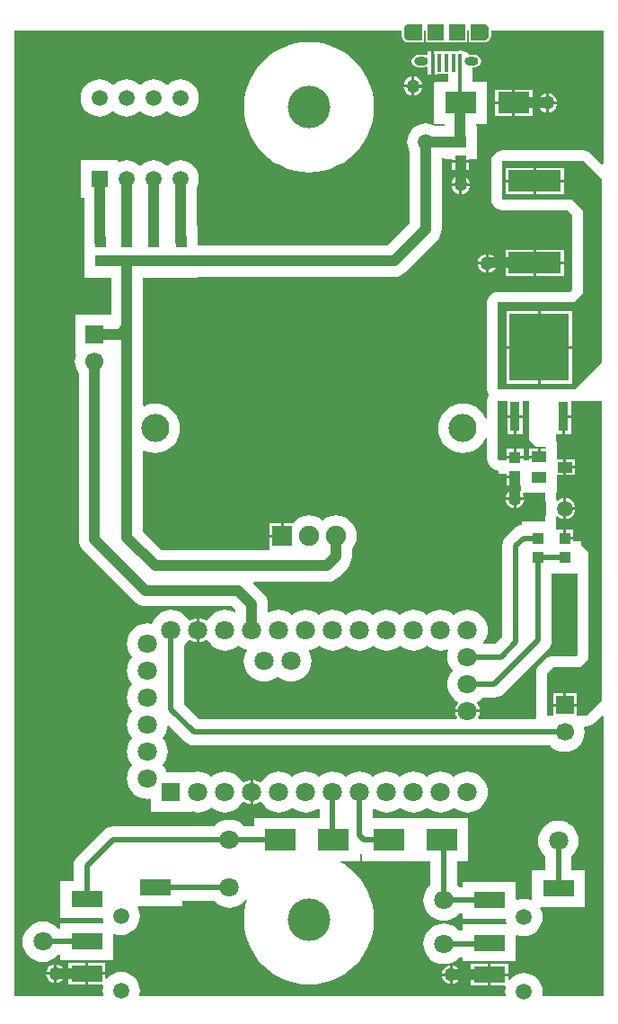
<source format=gtl>
G04*
G04 #@! TF.GenerationSoftware,Altium Limited,Altium Designer,20.0.10 (225)*
G04*
G04 Layer_Physical_Order=1*
G04 Layer_Color=255*
%FSLAX25Y25*%
%MOIN*%
G70*
G01*
G75*
%ADD20R,0.19685X0.07874*%
%ADD21R,0.11811X0.05906*%
%ADD22R,0.11811X0.07874*%
%ADD23C,0.05906*%
%ADD24R,0.04300X0.04400*%
%ADD25R,0.05512X0.03937*%
%ADD26R,0.05906X0.06102*%
%ADD27R,0.01575X0.06693*%
%ADD28R,0.03819X0.11142*%
%ADD52R,0.22165X0.25000*%
%ADD53C,0.03937*%
%ADD54C,0.01968*%
%ADD55C,0.01181*%
%ADD56C,0.07087*%
%ADD57C,0.15748*%
%ADD58R,0.07500X0.07500*%
%ADD59C,0.07500*%
%ADD60C,0.10400*%
%ADD61R,0.06693X0.06693*%
%ADD62C,0.06693*%
%ADD63R,0.07087X0.07087*%
%ADD64O,0.03051X0.06102*%
%ADD65O,0.05118X0.03150*%
%ADD66R,0.05906X0.05906*%
%ADD67C,0.05000*%
G36*
X279043Y465449D02*
X279146Y465441D01*
X279248Y465429D01*
X279350Y465410D01*
X279449Y465386D01*
X279547Y465358D01*
X279646Y465323D01*
X279740Y465283D01*
X279835Y465240D01*
X279925Y465189D01*
X280012Y465138D01*
X280095Y465079D01*
X280177Y465016D01*
X280256Y464949D01*
X280331Y464878D01*
X280402Y464803D01*
X280469Y464724D01*
X280532Y464642D01*
X280591Y464559D01*
X280642Y464472D01*
X280693Y464382D01*
X280736Y464287D01*
X280776Y464193D01*
X280811Y464094D01*
X280839Y463996D01*
X280862Y463898D01*
X280882Y463795D01*
X280894Y463693D01*
X280902Y463591D01*
X280906Y463484D01*
Y461319D01*
X280902Y461216D01*
X280894Y461114D01*
X280882Y461012D01*
X280862Y460910D01*
X280839Y460811D01*
X280811Y460709D01*
X280776Y460614D01*
X280736Y460520D01*
X280693Y460425D01*
X280642Y460335D01*
X280587Y460248D01*
X280532Y460161D01*
X280469Y460079D01*
X280402Y460000D01*
X280331Y459925D01*
X280256Y459854D01*
X280177Y459787D01*
X280095Y459724D01*
X280008Y459669D01*
X279921Y459614D01*
X279831Y459563D01*
X279736Y459520D01*
X279642Y459480D01*
X279547Y459445D01*
X279445Y459417D01*
X279346Y459394D01*
X279244Y459374D01*
X279142Y459362D01*
X279039Y459354D01*
X278937Y459350D01*
X274232D01*
Y459331D01*
X274213D01*
Y465453D01*
X278929D01*
Y464665D01*
X278882D01*
X278831Y464661D01*
X278780Y464653D01*
X278728Y464646D01*
X278677Y464634D01*
X278630Y464618D01*
X278583Y464598D01*
X278535Y464579D01*
X278488Y464559D01*
X278441Y464535D01*
X278398Y464508D01*
X278358Y464476D01*
X278315Y464449D01*
X278276Y464413D01*
X278240Y464378D01*
X278205Y464342D01*
X278169Y464303D01*
X278142Y464260D01*
X278110Y464221D01*
X278083Y464177D01*
X278059Y464130D01*
X278039Y464083D01*
X278020Y464035D01*
X278000Y463988D01*
X277984Y463941D01*
X277972Y463890D01*
X277965Y463839D01*
X277957Y463787D01*
X277953Y463736D01*
Y463681D01*
Y463642D01*
Y461161D01*
Y461122D01*
Y461071D01*
X277957Y461020D01*
X277965Y460968D01*
X277972Y460917D01*
X277988Y460866D01*
X278000Y460819D01*
X278020Y460768D01*
X278039Y460720D01*
X278059Y460677D01*
X278083Y460630D01*
X278110Y460587D01*
X278142Y460543D01*
X278173Y460504D01*
X278205Y460465D01*
X278240Y460425D01*
X278279Y460390D01*
X278319Y460358D01*
X278358Y460327D01*
X278402Y460295D01*
X278445Y460268D01*
X278492Y460244D01*
X278535Y460224D01*
X278583Y460205D01*
X278634Y460185D01*
X278681Y460173D01*
X278732Y460157D01*
X278783Y460150D01*
X278835Y460142D01*
X278886Y460138D01*
X278988D01*
X279039Y460142D01*
X279091Y460150D01*
X279142Y460157D01*
X279193Y460173D01*
X279240Y460185D01*
X279291Y460205D01*
X279339Y460224D01*
X279382Y460244D01*
X279429Y460268D01*
X279472Y460295D01*
X279516Y460327D01*
X279555Y460358D01*
X279594Y460390D01*
X279634Y460425D01*
X279669Y460465D01*
X279701Y460504D01*
X279732Y460543D01*
X279764Y460587D01*
X279791Y460630D01*
X279815Y460677D01*
X279835Y460720D01*
X279854Y460768D01*
X279874Y460819D01*
X279886Y460866D01*
X279902Y460917D01*
X279909Y460968D01*
X279917Y461020D01*
X279921Y461071D01*
Y461122D01*
Y463681D01*
Y463736D01*
X279917Y463787D01*
X279909Y463839D01*
X279902Y463890D01*
X279890Y463941D01*
X279874Y463988D01*
X279854Y464035D01*
X279835Y464083D01*
X279815Y464130D01*
X279791Y464177D01*
X279764Y464221D01*
X279732Y464260D01*
X279705Y464303D01*
X279669Y464342D01*
X279634Y464378D01*
X279598Y464413D01*
X279559Y464449D01*
X279516Y464476D01*
X279476Y464508D01*
X279433Y464535D01*
X279386Y464559D01*
X279339Y464579D01*
X279291Y464598D01*
X279244Y464618D01*
X279197Y464634D01*
X279146Y464646D01*
X279095Y464653D01*
X279043Y464661D01*
X278992Y464665D01*
X278945D01*
Y465453D01*
X279043Y465449D01*
D02*
G37*
G36*
X256102Y459350D02*
X251386D01*
Y460138D01*
X251433D01*
X251484Y460142D01*
X251535Y460150D01*
X251587Y460157D01*
X251638Y460169D01*
X251685Y460185D01*
X251732Y460205D01*
X251780Y460224D01*
X251827Y460244D01*
X251874Y460268D01*
X251917Y460295D01*
X251957Y460327D01*
X252000Y460354D01*
X252039Y460390D01*
X252075Y460425D01*
X252110Y460461D01*
X252146Y460500D01*
X252173Y460543D01*
X252205Y460583D01*
X252232Y460626D01*
X252256Y460673D01*
X252276Y460720D01*
X252295Y460768D01*
X252315Y460815D01*
X252331Y460862D01*
X252343Y460913D01*
X252350Y460965D01*
X252358Y461016D01*
X252362Y461067D01*
Y461122D01*
Y461161D01*
Y463642D01*
Y463681D01*
Y463732D01*
X252358Y463784D01*
X252350Y463835D01*
X252343Y463886D01*
X252327Y463937D01*
X252315Y463984D01*
X252295Y464035D01*
X252276Y464083D01*
X252256Y464126D01*
X252232Y464173D01*
X252205Y464217D01*
X252173Y464260D01*
X252142Y464299D01*
X252110Y464339D01*
X252075Y464378D01*
X252035Y464413D01*
X251996Y464445D01*
X251957Y464476D01*
X251913Y464508D01*
X251870Y464535D01*
X251823Y464559D01*
X251780Y464579D01*
X251732Y464598D01*
X251681Y464618D01*
X251634Y464630D01*
X251583Y464646D01*
X251532Y464653D01*
X251480Y464661D01*
X251429Y464665D01*
X251327D01*
X251276Y464661D01*
X251224Y464653D01*
X251173Y464646D01*
X251122Y464630D01*
X251075Y464618D01*
X251024Y464598D01*
X250976Y464579D01*
X250933Y464559D01*
X250886Y464535D01*
X250842Y464508D01*
X250799Y464476D01*
X250760Y464445D01*
X250721Y464413D01*
X250681Y464378D01*
X250646Y464339D01*
X250614Y464299D01*
X250583Y464260D01*
X250551Y464217D01*
X250524Y464173D01*
X250500Y464126D01*
X250480Y464083D01*
X250461Y464035D01*
X250441Y463984D01*
X250429Y463937D01*
X250413Y463886D01*
X250406Y463835D01*
X250398Y463784D01*
X250394Y463732D01*
Y463681D01*
Y461122D01*
Y461067D01*
X250398Y461016D01*
X250406Y460965D01*
X250413Y460913D01*
X250425Y460862D01*
X250441Y460815D01*
X250461Y460768D01*
X250480Y460720D01*
X250500Y460673D01*
X250524Y460626D01*
X250551Y460583D01*
X250583Y460543D01*
X250610Y460500D01*
X250646Y460461D01*
X250681Y460425D01*
X250717Y460390D01*
X250756Y460354D01*
X250799Y460327D01*
X250839Y460295D01*
X250882Y460268D01*
X250929Y460244D01*
X250976Y460224D01*
X251024Y460205D01*
X251071Y460185D01*
X251118Y460169D01*
X251169Y460157D01*
X251220Y460150D01*
X251272Y460142D01*
X251323Y460138D01*
X251370D01*
Y459350D01*
X251272Y459354D01*
X251169Y459362D01*
X251067Y459374D01*
X250965Y459394D01*
X250866Y459417D01*
X250768Y459445D01*
X250669Y459480D01*
X250575Y459520D01*
X250480Y459563D01*
X250390Y459614D01*
X250303Y459665D01*
X250220Y459724D01*
X250138Y459787D01*
X250059Y459854D01*
X249984Y459925D01*
X249913Y460000D01*
X249847Y460079D01*
X249783Y460161D01*
X249724Y460244D01*
X249673Y460331D01*
X249622Y460421D01*
X249579Y460516D01*
X249539Y460610D01*
X249504Y460709D01*
X249476Y460807D01*
X249453Y460906D01*
X249433Y461008D01*
X249421Y461110D01*
X249413Y461213D01*
X249410Y461319D01*
Y463484D01*
X249413Y463587D01*
X249421Y463689D01*
X249433Y463791D01*
X249453Y463894D01*
X249476Y463992D01*
X249504Y464094D01*
X249539Y464189D01*
X249579Y464284D01*
X249622Y464378D01*
X249673Y464468D01*
X249728Y464555D01*
X249783Y464642D01*
X249847Y464724D01*
X249913Y464803D01*
X249984Y464878D01*
X250059Y464949D01*
X250138Y465016D01*
X250220Y465079D01*
X250307Y465134D01*
X250394Y465189D01*
X250484Y465240D01*
X250579Y465283D01*
X250673Y465323D01*
X250768Y465358D01*
X250870Y465386D01*
X250969Y465410D01*
X251071Y465429D01*
X251173Y465441D01*
X251276Y465449D01*
X251378Y465453D01*
X256083D01*
Y465473D01*
X256102D01*
Y459350D01*
D02*
G37*
G36*
X323383Y413595D02*
X322921Y413404D01*
X318950Y417375D01*
X318127Y418006D01*
X317169Y418403D01*
X316142Y418538D01*
X285827Y418538D01*
X284799Y418403D01*
X283841Y418006D01*
X283019Y417375D01*
X282388Y416552D01*
X281991Y415595D01*
X281856Y414567D01*
Y400394D01*
X281991Y399366D01*
X282388Y398408D01*
X283019Y397586D01*
X283841Y396955D01*
X284799Y396558D01*
X285827Y396423D01*
X310166D01*
X311777Y394812D01*
Y366999D01*
X310954Y366176D01*
X284252D01*
X283224Y366040D01*
X282266Y365644D01*
X281444Y365013D01*
X280813Y364190D01*
X280416Y363232D01*
X280281Y362205D01*
Y329921D01*
X280416Y328893D01*
X280813Y327936D01*
X280951Y327756D01*
X280813Y327576D01*
X280416Y326618D01*
X280281Y325591D01*
Y319061D01*
X279781Y318987D01*
X279746Y319104D01*
X278897Y320691D01*
X277755Y322083D01*
X276364Y323224D01*
X274777Y324073D01*
X273054Y324595D01*
X271263Y324772D01*
X269472Y324595D01*
X267750Y324073D01*
X266162Y323224D01*
X264771Y322083D01*
X263629Y320691D01*
X262781Y319104D01*
X262258Y317382D01*
X262082Y315591D01*
X262258Y313799D01*
X262781Y312077D01*
X263629Y310490D01*
X264771Y309099D01*
X266162Y307957D01*
X267750Y307108D01*
X269472Y306586D01*
X271263Y306409D01*
X273054Y306586D01*
X274777Y307108D01*
X276364Y307957D01*
X277755Y309099D01*
X278897Y310490D01*
X279746Y312077D01*
X279781Y312194D01*
X280281Y312120D01*
Y304331D01*
X280416Y303303D01*
X280813Y302345D01*
X281444Y301523D01*
X282000Y300967D01*
X282822Y300336D01*
X283780Y299939D01*
X284464Y299849D01*
Y298587D01*
X287401D01*
Y298138D01*
X290551D01*
Y297638D01*
X291051D01*
Y294438D01*
X292913D01*
Y292534D01*
X292465Y292313D01*
X292316Y292427D01*
X291465Y292780D01*
X291051Y292834D01*
Y289870D01*
X294016D01*
X293961Y290284D01*
X293650Y291035D01*
X293862Y291535D01*
X301935D01*
Y288997D01*
X301962Y288787D01*
X301957Y288574D01*
X302030Y288275D01*
X302070Y287970D01*
X302151Y287773D01*
X302201Y287567D01*
X302318Y287352D01*
X302265Y287177D01*
X302132Y285827D01*
X302265Y284476D01*
X302318Y284301D01*
X302201Y284087D01*
X302151Y283880D01*
X302070Y283684D01*
X302030Y283379D01*
X301957Y283079D01*
X301962Y282867D01*
X301935Y282656D01*
Y280940D01*
X293126D01*
Y279691D01*
X292416Y279598D01*
X291219Y279102D01*
X290191Y278313D01*
X287435Y275557D01*
X286646Y274529D01*
X286150Y273332D01*
X285981Y272047D01*
Y238277D01*
X283377Y235672D01*
X279183D01*
X278946Y236172D01*
X279242Y236533D01*
X279937Y237832D01*
X280364Y239242D01*
X280509Y240709D01*
X280364Y242175D01*
X279937Y243585D01*
X279242Y244885D01*
X278307Y246024D01*
X277168Y246958D01*
X275869Y247653D01*
X274459Y248081D01*
X272992Y248225D01*
X271526Y248081D01*
X270116Y247653D01*
X268816Y246958D01*
X267992Y246282D01*
X267168Y246958D01*
X265869Y247653D01*
X264458Y248081D01*
X262992Y248225D01*
X261526Y248081D01*
X260116Y247653D01*
X258816Y246958D01*
X257992Y246282D01*
X257168Y246958D01*
X255869Y247653D01*
X254458Y248081D01*
X252992Y248225D01*
X251526Y248081D01*
X250116Y247653D01*
X248816Y246958D01*
X247992Y246282D01*
X247168Y246958D01*
X245869Y247653D01*
X244459Y248081D01*
X242992Y248225D01*
X241526Y248081D01*
X240116Y247653D01*
X238816Y246958D01*
X237992Y246282D01*
X237168Y246958D01*
X235869Y247653D01*
X234458Y248081D01*
X232992Y248225D01*
X231526Y248081D01*
X230116Y247653D01*
X228816Y246958D01*
X227992Y246282D01*
X227168Y246958D01*
X225869Y247653D01*
X224459Y248081D01*
X222992Y248225D01*
X221526Y248081D01*
X220116Y247653D01*
X218816Y246958D01*
X217992Y246282D01*
X217168Y246958D01*
X215869Y247653D01*
X214458Y248081D01*
X212992Y248225D01*
X211526Y248081D01*
X210116Y247653D01*
X208816Y246958D01*
X207992Y246282D01*
X207168Y246958D01*
X205869Y247653D01*
X204458Y248081D01*
X202992Y248225D01*
X201526Y248081D01*
X200116Y247653D01*
X199355Y247246D01*
X198926Y247503D01*
Y250315D01*
X198812Y251473D01*
X198475Y252586D01*
X197926Y253612D01*
X197188Y254511D01*
X193528Y258171D01*
X193720Y258633D01*
X220874D01*
X222031Y258747D01*
X223145Y259085D01*
X224171Y259633D01*
X225070Y260371D01*
X228369Y263670D01*
X229107Y264570D01*
X229656Y265596D01*
X229993Y266709D01*
X230107Y267866D01*
Y270704D01*
X230596Y271299D01*
X231310Y272635D01*
X231749Y274084D01*
X231897Y275590D01*
X231749Y277098D01*
X231310Y278547D01*
X230596Y279882D01*
X229635Y281052D01*
X228465Y282013D01*
X227129Y282727D01*
X225680Y283166D01*
X224173Y283315D01*
X222666Y283166D01*
X221217Y282727D01*
X219882Y282013D01*
X219173Y281431D01*
X218465Y282013D01*
X217129Y282727D01*
X215680Y283166D01*
X214173Y283315D01*
X212666Y283166D01*
X211217Y282727D01*
X209882Y282013D01*
X208711Y281052D01*
X208127Y280341D01*
X204673D01*
Y275590D01*
X204173D01*
Y275091D01*
X199423D01*
Y270841D01*
X199064Y270501D01*
X159545D01*
X152588Y277458D01*
Y307147D01*
X153016Y307404D01*
X153570Y307108D01*
X155292Y306586D01*
X157083Y306409D01*
X158874Y306586D01*
X160597Y307108D01*
X162184Y307957D01*
X163575Y309099D01*
X164717Y310490D01*
X165566Y312077D01*
X166088Y313799D01*
X166264Y315591D01*
X166088Y317382D01*
X165566Y319104D01*
X164717Y320691D01*
X163575Y322083D01*
X162184Y323224D01*
X160597Y324073D01*
X158874Y324595D01*
X157083Y324772D01*
X155292Y324595D01*
X153570Y324073D01*
X153016Y323777D01*
X152588Y324034D01*
Y352953D01*
Y371422D01*
X172819D01*
Y371625D01*
X245669D01*
X246827Y371739D01*
X247940Y372077D01*
X248966Y372625D01*
X249865Y373363D01*
X261676Y385174D01*
X262414Y386073D01*
X262963Y387099D01*
X263300Y388212D01*
X263414Y389370D01*
Y415720D01*
X264385D01*
Y415517D01*
X267322D01*
Y415067D01*
X273622D01*
Y415517D01*
X276559D01*
Y427790D01*
X276210D01*
Y428346D01*
X280315D01*
Y444095D01*
X274842D01*
Y449350D01*
X275591D01*
X276517Y449535D01*
X277303Y450060D01*
X277828Y450845D01*
X278012Y451772D01*
X277828Y452698D01*
X277303Y453484D01*
X276517Y454009D01*
X275591Y454193D01*
X273622D01*
X273599Y454188D01*
X273505Y454312D01*
X272559Y455037D01*
X271458Y455494D01*
X270276Y455649D01*
X269094Y455494D01*
X268455Y455229D01*
X261827D01*
Y455429D01*
X260539D01*
Y451083D01*
Y446736D01*
X261827D01*
Y446936D01*
X265709D01*
Y444095D01*
X260630D01*
Y428346D01*
X264341D01*
Y427588D01*
X260994D01*
X260130Y428050D01*
X258831Y428444D01*
X257480Y428577D01*
X256130Y428444D01*
X254831Y428050D01*
X253634Y427410D01*
X252585Y426549D01*
X251724Y425500D01*
X251084Y424303D01*
X250690Y423004D01*
X250557Y421654D01*
X250690Y420303D01*
X251084Y419004D01*
X251546Y418140D01*
Y391828D01*
X243211Y383493D01*
X172819D01*
Y390783D01*
X172489D01*
Y404849D01*
X172774Y405382D01*
X173168Y406681D01*
X173301Y408032D01*
X173168Y409382D01*
X172774Y410681D01*
X172134Y411878D01*
X171273Y412927D01*
X170224Y413788D01*
X169027Y414428D01*
X167729Y414822D01*
X166378Y414955D01*
X165027Y414822D01*
X163729Y414428D01*
X162532Y413788D01*
X161744Y413141D01*
X161378Y412975D01*
X161012Y413141D01*
X160224Y413788D01*
X159027Y414428D01*
X157729Y414822D01*
X156378Y414955D01*
X155027Y414822D01*
X153729Y414428D01*
X152532Y413788D01*
X151744Y413141D01*
X151378Y412975D01*
X151012Y413141D01*
X150224Y413788D01*
X149027Y414428D01*
X147729Y414822D01*
X146378Y414955D01*
X145027Y414822D01*
X143768Y414439D01*
X143639Y414445D01*
X143268Y414668D01*
Y414921D01*
X129488D01*
Y401142D01*
X130695D01*
Y384827D01*
X130724Y384537D01*
Y378509D01*
Y371422D01*
X140719D01*
Y357677D01*
X127362D01*
Y343110D01*
X127439D01*
X127737Y342709D01*
X127468Y341822D01*
X127327Y340394D01*
X127468Y338966D01*
X127884Y337593D01*
X128560Y336328D01*
X128712Y336143D01*
Y274410D01*
X128826Y273252D01*
X129163Y272139D01*
X129712Y271113D01*
X130450Y270213D01*
X149347Y251316D01*
X150247Y250578D01*
X151272Y250029D01*
X152386Y249692D01*
X153543Y249578D01*
X185337D01*
X186959Y247956D01*
X186930Y247608D01*
X186453Y247341D01*
X185869Y247653D01*
X184458Y248081D01*
X182992Y248225D01*
X181526Y248081D01*
X180116Y247653D01*
X178816Y246958D01*
X177677Y246024D01*
X176742Y244885D01*
X176478Y244391D01*
X175837Y244252D01*
X175283Y244677D01*
X174178Y245135D01*
X173492Y245225D01*
Y240709D01*
Y236192D01*
X174178Y236282D01*
X175283Y236740D01*
X175837Y237165D01*
X176478Y237027D01*
X176742Y236533D01*
X177677Y235394D01*
X178816Y234459D01*
X180116Y233764D01*
X181526Y233337D01*
X182992Y233192D01*
X184458Y233337D01*
X185869Y233764D01*
X187168Y234459D01*
X187992Y235135D01*
X188816Y234459D01*
X190116Y233764D01*
X190772Y233565D01*
X191019Y232968D01*
X190548Y232085D01*
X190120Y230675D01*
X189976Y229209D01*
X190120Y227742D01*
X190548Y226332D01*
X191242Y225033D01*
X192177Y223894D01*
X193316Y222959D01*
X194616Y222264D01*
X196026Y221837D01*
X197492Y221692D01*
X198959Y221837D01*
X200369Y222264D01*
X201668Y222959D01*
X202492Y223635D01*
X203316Y222959D01*
X204616Y222264D01*
X206026Y221837D01*
X207492Y221692D01*
X208959Y221837D01*
X210369Y222264D01*
X211668Y222959D01*
X212807Y223894D01*
X213742Y225033D01*
X214437Y226332D01*
X214864Y227742D01*
X215009Y229209D01*
X214864Y230675D01*
X214437Y232085D01*
X214014Y232875D01*
X214250Y233316D01*
X214458Y233337D01*
X215869Y233764D01*
X217168Y234459D01*
X217992Y235135D01*
X218816Y234459D01*
X220116Y233764D01*
X221526Y233337D01*
X222992Y233192D01*
X224459Y233337D01*
X225869Y233764D01*
X227168Y234459D01*
X227992Y235135D01*
X228816Y234459D01*
X230116Y233764D01*
X231526Y233337D01*
X232992Y233192D01*
X234458Y233337D01*
X235869Y233764D01*
X237168Y234459D01*
X237992Y235135D01*
X238816Y234459D01*
X240116Y233764D01*
X241526Y233337D01*
X242992Y233192D01*
X244459Y233337D01*
X245869Y233764D01*
X247168Y234459D01*
X247992Y235135D01*
X248816Y234459D01*
X250116Y233764D01*
X251526Y233337D01*
X252992Y233192D01*
X254458Y233337D01*
X255869Y233764D01*
X257168Y234459D01*
X257992Y235135D01*
X258816Y234459D01*
X260116Y233764D01*
X261526Y233337D01*
X262992Y233192D01*
X264458Y233337D01*
X265550Y233668D01*
X265951Y233267D01*
X265620Y232175D01*
X265476Y230709D01*
X265620Y229242D01*
X266048Y227832D01*
X266742Y226533D01*
X267419Y225709D01*
X266742Y224885D01*
X266048Y223585D01*
X265620Y222175D01*
X265476Y220709D01*
X265620Y219242D01*
X266048Y217832D01*
X266742Y216533D01*
X267677Y215394D01*
X268816Y214459D01*
X269310Y214195D01*
X269449Y213554D01*
X269024Y213000D01*
X268566Y211895D01*
X268476Y211209D01*
X272992D01*
X277509D01*
X277418Y211895D01*
X276961Y213000D01*
X276536Y213554D01*
X276674Y214195D01*
X277168Y214459D01*
X278307Y215394D01*
X278595Y215745D01*
X282913D01*
X284198Y215914D01*
X285395Y216410D01*
X286423Y217199D01*
X302723Y233498D01*
X303511Y234526D01*
X304007Y235723D01*
X304176Y237008D01*
Y261579D01*
X305300D01*
Y261579D01*
X313746D01*
Y231566D01*
X313316Y231136D01*
X304724D01*
X303697Y231001D01*
X302739Y230604D01*
X301917Y229973D01*
X299554Y227611D01*
X298923Y226789D01*
X298527Y225831D01*
X298391Y224803D01*
Y209055D01*
X298486Y208338D01*
X298103Y207838D01*
X277081D01*
X276860Y208286D01*
X276961Y208417D01*
X277418Y209523D01*
X277509Y210209D01*
X272992D01*
X268476D01*
X268566Y209523D01*
X269024Y208417D01*
X269124Y208286D01*
X268903Y207838D01*
X173591D01*
X167956Y213473D01*
Y235105D01*
X168307Y235394D01*
X169242Y236533D01*
X169506Y237027D01*
X170147Y237165D01*
X170701Y236740D01*
X171806Y236282D01*
X172492Y236192D01*
Y240709D01*
Y245225D01*
X171806Y245135D01*
X170701Y244677D01*
X170147Y244252D01*
X169506Y244391D01*
X169242Y244885D01*
X168307Y246024D01*
X167168Y246958D01*
X165869Y247653D01*
X164459Y248081D01*
X162992Y248225D01*
X161526Y248081D01*
X160116Y247653D01*
X158816Y246958D01*
X157677Y246024D01*
X156742Y244885D01*
X156048Y243585D01*
X155873Y243010D01*
X155640Y243081D01*
X154173Y243225D01*
X152707Y243081D01*
X151297Y242653D01*
X149997Y241958D01*
X148858Y241024D01*
X147924Y239885D01*
X147229Y238585D01*
X146801Y237175D01*
X146657Y235709D01*
X146801Y234242D01*
X147229Y232832D01*
X147924Y231533D01*
X148600Y230709D01*
X147924Y229885D01*
X147229Y228585D01*
X146801Y227175D01*
X146657Y225709D01*
X146801Y224242D01*
X147229Y222832D01*
X147924Y221533D01*
X148600Y220709D01*
X147924Y219885D01*
X147229Y218585D01*
X146801Y217175D01*
X146657Y215709D01*
X146801Y214242D01*
X147229Y212832D01*
X147924Y211533D01*
X148600Y210709D01*
X147924Y209885D01*
X147229Y208585D01*
X146801Y207175D01*
X146657Y205709D01*
X146801Y204242D01*
X147229Y202832D01*
X147924Y201533D01*
X148600Y200709D01*
X147924Y199885D01*
X147229Y198585D01*
X146801Y197175D01*
X146657Y195709D01*
X146801Y194242D01*
X147229Y192832D01*
X147924Y191533D01*
X148600Y190709D01*
X147924Y189885D01*
X147229Y188585D01*
X146801Y187175D01*
X146657Y185709D01*
X146801Y184242D01*
X147229Y182832D01*
X147924Y181533D01*
X148858Y180394D01*
X149997Y179459D01*
X151297Y178764D01*
X152707Y178337D01*
X154173Y178192D01*
X155141Y178287D01*
X155512Y177952D01*
Y173228D01*
X170472D01*
Y173236D01*
X170874Y173534D01*
X171526Y173337D01*
X172992Y173192D01*
X174459Y173337D01*
X175869Y173764D01*
X177168Y174459D01*
X177992Y175135D01*
X178816Y174459D01*
X180116Y173764D01*
X181526Y173337D01*
X182992Y173192D01*
X184458Y173337D01*
X185869Y173764D01*
X187168Y174459D01*
X188307Y175394D01*
X189242Y176533D01*
X189506Y177027D01*
X190147Y177165D01*
X190701Y176740D01*
X191806Y176282D01*
X192492Y176192D01*
Y180709D01*
Y185225D01*
X191806Y185135D01*
X190701Y184677D01*
X190147Y184252D01*
X189506Y184391D01*
X189242Y184885D01*
X188307Y186024D01*
X187168Y186958D01*
X185869Y187653D01*
X184458Y188081D01*
X182992Y188225D01*
X181526Y188081D01*
X180116Y187653D01*
X178816Y186958D01*
X177992Y186282D01*
X177168Y186958D01*
X175869Y187653D01*
X174459Y188081D01*
X172992Y188225D01*
X171526Y188081D01*
X170874Y187883D01*
X170472Y188181D01*
Y188189D01*
X161238D01*
X161118Y188585D01*
X160423Y189885D01*
X159747Y190709D01*
X160423Y191533D01*
X161118Y192832D01*
X161545Y194242D01*
X161690Y195709D01*
X161545Y197175D01*
X161118Y198585D01*
X160423Y199885D01*
X159747Y200709D01*
X160423Y201533D01*
X161118Y202832D01*
X161545Y204242D01*
X161632Y205119D01*
X162102Y205287D01*
X168026Y199364D01*
X169054Y198575D01*
X170251Y198079D01*
X171535Y197910D01*
X303707D01*
X303880Y197699D01*
X304989Y196789D01*
X306254Y196112D01*
X307627Y195696D01*
X309055Y195555D01*
X310483Y195696D01*
X311856Y196112D01*
X313121Y196789D01*
X314230Y197699D01*
X315140Y198808D01*
X315817Y200073D01*
X316233Y201446D01*
X316374Y202874D01*
X316233Y204302D01*
X316118Y204682D01*
X316416Y205084D01*
X317323D01*
X318351Y205220D01*
X319308Y205616D01*
X320131Y206247D01*
X322921Y209037D01*
X323383Y208846D01*
X323383Y104964D01*
X301009D01*
X300700Y105464D01*
X300821Y106693D01*
X300688Y108044D01*
X300294Y109342D01*
X299654Y110539D01*
X298793Y111588D01*
X297744Y112449D01*
X296547Y113089D01*
X295248Y113483D01*
X293898Y113616D01*
X292547Y113483D01*
X291248Y113089D01*
X290051Y112449D01*
X289002Y111588D01*
X288508Y110986D01*
X288008Y111165D01*
Y112492D01*
X281602D01*
Y109039D01*
X286990D01*
X287288Y108638D01*
X287108Y108044D01*
X286975Y106693D01*
X287096Y105464D01*
X286786Y104964D01*
X151464D01*
X151166Y105365D01*
X151278Y105736D01*
X151411Y107087D01*
X151278Y108437D01*
X150884Y109736D01*
X150244Y110933D01*
X149383Y111982D01*
X148334Y112843D01*
X147137Y113483D01*
X145839Y113877D01*
X144488Y114010D01*
X143138Y113877D01*
X141839Y113483D01*
X140642Y112843D01*
X139593Y111982D01*
X139098Y111380D01*
X138598Y111558D01*
Y112886D01*
X132193D01*
Y109433D01*
X137581D01*
X137878Y109031D01*
X137698Y108437D01*
X137565Y107087D01*
X137698Y105736D01*
X137811Y105365D01*
X137513Y104964D01*
X104964D01*
Y463146D01*
X248594D01*
Y461319D01*
X248597Y461304D01*
X248594Y461289D01*
X248598Y461182D01*
X248602Y461166D01*
X248600Y461150D01*
X248608Y461048D01*
X248612Y461032D01*
X248611Y461017D01*
X248623Y460914D01*
X248632Y460885D01*
X248632Y460854D01*
X248652Y460751D01*
X248659Y460734D01*
X248660Y460715D01*
X248683Y460617D01*
X248690Y460603D01*
X248691Y460587D01*
X248719Y460489D01*
X248732Y460462D01*
X248737Y460432D01*
X248772Y460334D01*
X248782Y460317D01*
X248786Y460296D01*
X248826Y460202D01*
X248834Y460190D01*
X248837Y460176D01*
X248881Y460081D01*
X248901Y460053D01*
X248912Y460020D01*
X248963Y459929D01*
X248968Y459923D01*
X248971Y459916D01*
X249022Y459829D01*
X249046Y459802D01*
X249061Y459770D01*
X249120Y459687D01*
X249129Y459679D01*
X249135Y459667D01*
X249198Y459584D01*
X249214Y459570D01*
X249225Y459551D01*
X249292Y459472D01*
X249309Y459458D01*
X249321Y459439D01*
X249392Y459364D01*
X249410Y459351D01*
X249423Y459333D01*
X249498Y459262D01*
X249517Y459250D01*
X249531Y459233D01*
X249609Y459166D01*
X249629Y459155D01*
X249643Y459139D01*
X249726Y459076D01*
X249738Y459070D01*
X249746Y459061D01*
X249829Y459002D01*
X249862Y458987D01*
X249888Y458963D01*
X249975Y458912D01*
X249982Y458909D01*
X249988Y458904D01*
X250079Y458853D01*
X250112Y458842D01*
X250141Y458821D01*
X250235Y458778D01*
X250249Y458775D01*
X250261Y458767D01*
X250356Y458727D01*
X250376Y458723D01*
X250393Y458713D01*
X250491Y458677D01*
X250521Y458673D01*
X250548Y458659D01*
X250646Y458632D01*
X250662Y458631D01*
X250676Y458624D01*
X250774Y458601D01*
X250793Y458600D01*
X250811Y458593D01*
X250913Y458573D01*
X250944Y458573D01*
X250974Y458564D01*
X251076Y458552D01*
X251092Y458553D01*
X251107Y458549D01*
X251187Y458543D01*
X251378Y458505D01*
X251528Y458535D01*
X256102D01*
X256415Y458597D01*
X256679Y458774D01*
X256856Y459038D01*
X256918Y459350D01*
Y463146D01*
X257468D01*
Y458550D01*
X264973D01*
Y458550D01*
X265342D01*
Y458550D01*
X272847D01*
Y463146D01*
X273397D01*
Y459331D01*
X273459Y459019D01*
X273636Y458754D01*
X273901Y458577D01*
X274213Y458515D01*
X274232D01*
X274331Y458535D01*
X278787D01*
X278937Y458505D01*
X279130Y458543D01*
X279204Y458549D01*
X279220Y458553D01*
X279235Y458552D01*
X279338Y458564D01*
X279367Y458573D01*
X279398Y458573D01*
X279501Y458593D01*
X279518Y458600D01*
X279537Y458601D01*
X279635Y458624D01*
X279646Y458629D01*
X279657Y458630D01*
X279759Y458657D01*
X279795Y458675D01*
X279834Y458681D01*
X279928Y458717D01*
X279941Y458724D01*
X279956Y458727D01*
X280050Y458767D01*
X280062Y458775D01*
X280076Y458778D01*
X280171Y458821D01*
X280199Y458842D01*
X280232Y458853D01*
X280323Y458904D01*
X280339Y458918D01*
X280359Y458926D01*
X280446Y458981D01*
X280532Y459036D01*
X280557Y459060D01*
X280589Y459076D01*
X280672Y459139D01*
X280686Y459155D01*
X280705Y459166D01*
X280784Y459233D01*
X280798Y459250D01*
X280817Y459262D01*
X280892Y459333D01*
X280905Y459351D01*
X280923Y459364D01*
X280994Y459439D01*
X281006Y459458D01*
X281023Y459472D01*
X281090Y459551D01*
X281101Y459570D01*
X281117Y459584D01*
X281180Y459667D01*
X281196Y459698D01*
X281220Y459724D01*
X281275Y459810D01*
X281330Y459897D01*
X281338Y459917D01*
X281352Y459933D01*
X281403Y460024D01*
X281414Y460057D01*
X281434Y460085D01*
X281478Y460180D01*
X281481Y460194D01*
X281489Y460206D01*
X281528Y460300D01*
X281532Y460315D01*
X281539Y460328D01*
X281575Y460422D01*
X281581Y460461D01*
X281599Y460497D01*
X281626Y460599D01*
X281627Y460610D01*
X281632Y460621D01*
X281655Y460719D01*
X281656Y460738D01*
X281663Y460755D01*
X281683Y460858D01*
X281683Y460889D01*
X281692Y460918D01*
X281704Y461021D01*
X281703Y461036D01*
X281707Y461052D01*
X281715Y461154D01*
X281713Y461170D01*
X281717Y461185D01*
X281721Y461287D01*
X281718Y461303D01*
X281721Y461319D01*
Y463146D01*
X323383D01*
Y413595D01*
D02*
G37*
G36*
X316142Y414567D02*
X322835Y407874D01*
X322835Y339764D01*
X312992Y329921D01*
X284252D01*
Y362205D01*
X312598D01*
X315748Y365354D01*
Y396457D01*
X311811Y400394D01*
X285827D01*
Y414567D01*
X316142Y414567D01*
D02*
G37*
G36*
X287681Y325590D02*
Y320421D01*
X290591D01*
X293500D01*
Y325590D01*
X295669D01*
Y311417D01*
X298425Y308661D01*
X301873Y308661D01*
X302217Y308262D01*
X302131Y307890D01*
X300106D01*
Y304921D01*
X299606D01*
Y304421D01*
X295850D01*
Y303775D01*
X293701D01*
Y304224D01*
X290551D01*
X287401D01*
Y303775D01*
X284808D01*
X284252Y304331D01*
Y325590D01*
X287681Y325590D01*
D02*
G37*
G36*
X322835Y214567D02*
X317323Y209055D01*
X313402D01*
Y212374D01*
X304709D01*
Y209055D01*
X302362D01*
Y224803D01*
X304724Y227165D01*
X314961D01*
X317717Y229921D01*
Y269685D01*
X315142Y272259D01*
Y273853D01*
X312205D01*
Y274303D01*
X309055D01*
Y274803D01*
X308555D01*
Y278003D01*
X305906D01*
Y282656D01*
X306405Y282877D01*
X307062Y282374D01*
X308023Y281976D01*
X308555Y281906D01*
Y285827D01*
Y289748D01*
X308023Y289678D01*
X307062Y289280D01*
X306405Y288776D01*
X305906Y288997D01*
Y291535D01*
X306299D01*
Y298213D01*
X308555D01*
Y301181D01*
Y304150D01*
X306299D01*
Y310827D01*
X305906D01*
Y313350D01*
X308122D01*
Y319921D01*
X308622D01*
Y320421D01*
X311531D01*
Y325590D01*
X322835D01*
Y214567D01*
D02*
G37*
%LPC*%
G36*
X259539Y455429D02*
X258252D01*
Y454116D01*
X257811Y453881D01*
X257620Y454009D01*
X256693Y454193D01*
X254724D01*
X253798Y454009D01*
X253012Y453484D01*
X252487Y452698D01*
X252303Y451772D01*
X252487Y450845D01*
X253012Y450060D01*
X253798Y449535D01*
X254724Y449350D01*
X256693D01*
X257620Y449535D01*
X257811Y449663D01*
X258252Y449427D01*
Y446736D01*
X259539D01*
Y451083D01*
Y455429D01*
D02*
G37*
G36*
X253256Y445984D02*
Y443020D01*
X256220D01*
X256166Y443433D01*
X255813Y444285D01*
X255252Y445016D01*
X254521Y445577D01*
X253670Y445930D01*
X253256Y445984D01*
D02*
G37*
G36*
X252256D02*
X251842Y445930D01*
X250991Y445577D01*
X250260Y445016D01*
X249699Y444285D01*
X249346Y443433D01*
X249291Y443020D01*
X252256D01*
Y445984D01*
D02*
G37*
G36*
X166378Y444955D02*
X165027Y444822D01*
X163729Y444428D01*
X162532Y443788D01*
X161744Y443141D01*
X161378Y442975D01*
X161012Y443141D01*
X160224Y443788D01*
X159027Y444428D01*
X157729Y444822D01*
X156378Y444955D01*
X155027Y444822D01*
X153729Y444428D01*
X152532Y443788D01*
X151744Y443141D01*
X151378Y442975D01*
X151012Y443141D01*
X150224Y443788D01*
X149027Y444428D01*
X147729Y444822D01*
X146378Y444955D01*
X145027Y444822D01*
X143729Y444428D01*
X142532Y443788D01*
X141744Y443141D01*
X141378Y442975D01*
X141012Y443141D01*
X140224Y443788D01*
X139027Y444428D01*
X137729Y444822D01*
X136378Y444955D01*
X135027Y444822D01*
X133729Y444428D01*
X132532Y443788D01*
X131483Y442927D01*
X130622Y441878D01*
X129982Y440681D01*
X129588Y439382D01*
X129455Y438031D01*
X129588Y436681D01*
X129982Y435382D01*
X130622Y434185D01*
X131483Y433136D01*
X132532Y432275D01*
X133729Y431635D01*
X135027Y431241D01*
X136378Y431108D01*
X137729Y431241D01*
X139027Y431635D01*
X140224Y432275D01*
X141012Y432922D01*
X141378Y433088D01*
X141744Y432922D01*
X142532Y432275D01*
X143729Y431635D01*
X145027Y431241D01*
X146378Y431108D01*
X147729Y431241D01*
X149027Y431635D01*
X150224Y432275D01*
X151012Y432922D01*
X151378Y433088D01*
X151744Y432922D01*
X152532Y432275D01*
X153729Y431635D01*
X155027Y431241D01*
X156378Y431108D01*
X157729Y431241D01*
X159027Y431635D01*
X160224Y432275D01*
X161012Y432922D01*
X161378Y433088D01*
X161744Y432922D01*
X162532Y432275D01*
X163729Y431635D01*
X165027Y431241D01*
X166378Y431108D01*
X167729Y431241D01*
X169027Y431635D01*
X170224Y432275D01*
X171273Y433136D01*
X172134Y434185D01*
X172774Y435382D01*
X173168Y436681D01*
X173301Y438031D01*
X173168Y439382D01*
X172774Y440681D01*
X172134Y441878D01*
X171273Y442927D01*
X170224Y443788D01*
X169027Y444428D01*
X167729Y444822D01*
X166378Y444955D01*
D02*
G37*
G36*
X256220Y442020D02*
X253256D01*
Y439055D01*
X253670Y439110D01*
X254521Y439462D01*
X255252Y440024D01*
X255813Y440755D01*
X256166Y441606D01*
X256220Y442020D01*
D02*
G37*
G36*
X252256D02*
X249291D01*
X249346Y441606D01*
X249699Y440755D01*
X250260Y440024D01*
X250991Y439462D01*
X251842Y439110D01*
X252256Y439055D01*
Y442020D01*
D02*
G37*
G36*
X297063Y441157D02*
X290657D01*
Y436721D01*
X297063D01*
Y441157D01*
D02*
G37*
G36*
X289657D02*
X283252D01*
Y436721D01*
X289657D01*
Y441157D01*
D02*
G37*
G36*
X303256Y439685D02*
Y436721D01*
X306220D01*
X306166Y437134D01*
X305813Y437986D01*
X305252Y438717D01*
X304521Y439278D01*
X303670Y439630D01*
X303256Y439685D01*
D02*
G37*
G36*
X302256D02*
X301842Y439630D01*
X300991Y439278D01*
X300260Y438717D01*
X299699Y437986D01*
X299346Y437134D01*
X299291Y436721D01*
X302256D01*
Y439685D01*
D02*
G37*
G36*
X306220Y435720D02*
X303256D01*
Y432756D01*
X303670Y432811D01*
X304521Y433163D01*
X305252Y433724D01*
X305813Y434455D01*
X306166Y435307D01*
X306220Y435720D01*
D02*
G37*
G36*
X302256D02*
X299291D01*
X299346Y435307D01*
X299699Y434455D01*
X300260Y433724D01*
X300991Y433163D01*
X301842Y432811D01*
X302256Y432756D01*
Y435720D01*
D02*
G37*
G36*
X297063Y435720D02*
X290657D01*
Y431284D01*
X297063D01*
Y435720D01*
D02*
G37*
G36*
X289657D02*
X283252D01*
Y431284D01*
X289657D01*
Y435720D01*
D02*
G37*
G36*
X273622Y414067D02*
X270972D01*
Y411367D01*
X273622D01*
Y414067D01*
D02*
G37*
G36*
X269972D02*
X267322D01*
Y411367D01*
X269972D01*
Y414067D01*
D02*
G37*
G36*
X214173Y458806D02*
X211468Y458654D01*
X208797Y458200D01*
X206194Y457450D01*
X203691Y456413D01*
X201319Y455103D01*
X199110Y453535D01*
X197090Y451729D01*
X195284Y449709D01*
X193716Y447500D01*
X192406Y445128D01*
X191369Y442625D01*
X190619Y440022D01*
X190165Y437351D01*
X190013Y434646D01*
X190165Y431941D01*
X190619Y429270D01*
X191369Y426666D01*
X192406Y424163D01*
X193716Y421792D01*
X195284Y419582D01*
X197090Y417562D01*
X199110Y415757D01*
X201319Y414189D01*
X203691Y412878D01*
X206194Y411841D01*
X208797Y411091D01*
X211468Y410638D01*
X214173Y410486D01*
X216878Y410638D01*
X219549Y411091D01*
X222153Y411841D01*
X224656Y412878D01*
X227027Y414189D01*
X229237Y415757D01*
X231257Y417562D01*
X233062Y419582D01*
X234630Y421792D01*
X235941Y424163D01*
X236978Y426666D01*
X237727Y429270D01*
X238181Y431941D01*
X238333Y434646D01*
X238181Y437351D01*
X237727Y440022D01*
X236978Y442625D01*
X235941Y445128D01*
X234630Y447500D01*
X233062Y449709D01*
X231257Y451729D01*
X229237Y453535D01*
X227027Y455103D01*
X224656Y456413D01*
X222153Y457450D01*
X219549Y458200D01*
X216878Y458654D01*
X214173Y458806D01*
D02*
G37*
G36*
X270972Y409370D02*
Y406405D01*
X273937D01*
X273882Y406819D01*
X273530Y407671D01*
X272969Y408402D01*
X272237Y408963D01*
X271386Y409315D01*
X270972Y409370D01*
D02*
G37*
G36*
X269972D02*
X269559Y409315D01*
X268707Y408963D01*
X267976Y408402D01*
X267415Y407671D01*
X267062Y406819D01*
X267008Y406405D01*
X269972D01*
Y409370D01*
D02*
G37*
G36*
X273937Y405406D02*
X270972D01*
Y402441D01*
X271386Y402496D01*
X272237Y402848D01*
X272969Y403409D01*
X273530Y404140D01*
X273882Y404992D01*
X273937Y405406D01*
D02*
G37*
G36*
X269972D02*
X267008D01*
X267062Y404992D01*
X267415Y404140D01*
X267976Y403409D01*
X268707Y402848D01*
X269559Y402496D01*
X269972Y402441D01*
Y405406D01*
D02*
G37*
G36*
X308770Y381819D02*
X298427D01*
Y377382D01*
X308770D01*
Y381819D01*
D02*
G37*
G36*
X297427D02*
X287085D01*
Y377382D01*
X297427D01*
Y381819D01*
D02*
G37*
G36*
X280815Y380236D02*
Y377272D01*
X283779D01*
X283725Y377685D01*
X283372Y378537D01*
X282811Y379268D01*
X282080Y379829D01*
X281229Y380182D01*
X280815Y380236D01*
D02*
G37*
G36*
X279815D02*
X279401Y380182D01*
X278550Y379829D01*
X277819Y379268D01*
X277258Y378537D01*
X276905Y377685D01*
X276851Y377272D01*
X279815D01*
Y380236D01*
D02*
G37*
G36*
X283779Y376272D02*
X280815D01*
Y373307D01*
X281229Y373362D01*
X282080Y373714D01*
X282811Y374275D01*
X283372Y375007D01*
X283725Y375858D01*
X283779Y376272D01*
D02*
G37*
G36*
X279815D02*
X276851D01*
X276905Y375858D01*
X277258Y375007D01*
X277819Y374275D01*
X278550Y373714D01*
X279401Y373362D01*
X279815Y373307D01*
Y376272D01*
D02*
G37*
G36*
X308770Y376382D02*
X298427D01*
Y371945D01*
X308770D01*
Y376382D01*
D02*
G37*
G36*
X297427D02*
X287085D01*
Y371945D01*
X297427D01*
Y376382D01*
D02*
G37*
G36*
X290051Y297138D02*
X287401D01*
Y294438D01*
X290051D01*
Y297138D01*
D02*
G37*
G36*
Y292834D02*
X289637Y292780D01*
X288786Y292427D01*
X288055Y291866D01*
X287494Y291135D01*
X287141Y290284D01*
X287087Y289870D01*
X290051D01*
Y292834D01*
D02*
G37*
G36*
X294016Y288870D02*
X291051D01*
Y285906D01*
X291465Y285960D01*
X292316Y286313D01*
X293047Y286874D01*
X293608Y287605D01*
X293961Y288456D01*
X294016Y288870D01*
D02*
G37*
G36*
X290051D02*
X287087D01*
X287141Y288456D01*
X287494Y287605D01*
X288055Y286874D01*
X288786Y286313D01*
X289637Y285960D01*
X290051Y285906D01*
Y288870D01*
D02*
G37*
G36*
X203673Y280341D02*
X199423D01*
Y276091D01*
X203673D01*
Y280341D01*
D02*
G37*
G36*
X272992Y188225D02*
X271526Y188081D01*
X270116Y187653D01*
X268816Y186958D01*
X267992Y186282D01*
X267168Y186958D01*
X265869Y187653D01*
X264458Y188081D01*
X262992Y188225D01*
X261526Y188081D01*
X260116Y187653D01*
X258816Y186958D01*
X257992Y186282D01*
X257168Y186958D01*
X255869Y187653D01*
X254458Y188081D01*
X252992Y188225D01*
X251526Y188081D01*
X250116Y187653D01*
X248816Y186958D01*
X247992Y186282D01*
X247168Y186958D01*
X245869Y187653D01*
X244459Y188081D01*
X242992Y188225D01*
X241526Y188081D01*
X240116Y187653D01*
X238816Y186958D01*
X237992Y186282D01*
X237168Y186958D01*
X235869Y187653D01*
X234458Y188081D01*
X232992Y188225D01*
X231526Y188081D01*
X230116Y187653D01*
X228816Y186958D01*
X227992Y186282D01*
X227168Y186958D01*
X225869Y187653D01*
X224459Y188081D01*
X222992Y188225D01*
X221526Y188081D01*
X220116Y187653D01*
X218816Y186958D01*
X217992Y186282D01*
X217168Y186958D01*
X215869Y187653D01*
X214458Y188081D01*
X212992Y188225D01*
X211526Y188081D01*
X210116Y187653D01*
X208816Y186958D01*
X207992Y186282D01*
X207168Y186958D01*
X205869Y187653D01*
X204458Y188081D01*
X202992Y188225D01*
X201526Y188081D01*
X200116Y187653D01*
X198816Y186958D01*
X197677Y186024D01*
X196742Y184885D01*
X196478Y184391D01*
X195837Y184252D01*
X195283Y184677D01*
X194178Y185135D01*
X193492Y185225D01*
Y180709D01*
Y176192D01*
X194178Y176282D01*
X195283Y176740D01*
X195837Y177165D01*
X196478Y177027D01*
X196742Y176533D01*
X197677Y175394D01*
X198816Y174459D01*
X200116Y173764D01*
X201526Y173337D01*
X202992Y173192D01*
X204458Y173337D01*
X205869Y173764D01*
X207168Y174459D01*
X207992Y175135D01*
X208816Y174459D01*
X210116Y173764D01*
X211526Y173337D01*
X212992Y173192D01*
X214458Y173337D01*
X215869Y173764D01*
X217168Y174459D01*
X217528Y174755D01*
X218028Y174518D01*
Y170866D01*
X213886D01*
X213386Y170866D01*
Y170866D01*
X213386D01*
Y170866D01*
X193701D01*
Y167956D01*
X190249D01*
X189961Y168307D01*
X188822Y169242D01*
X187522Y169937D01*
X186112Y170364D01*
X184646Y170509D01*
X183179Y170364D01*
X181769Y169937D01*
X180470Y169242D01*
X179331Y168307D01*
X179042Y167956D01*
X141339D01*
X140054Y167787D01*
X138857Y167291D01*
X137829Y166502D01*
X128183Y156856D01*
X127394Y155828D01*
X126898Y154631D01*
X126729Y153347D01*
Y147835D01*
X121850D01*
Y134055D01*
X137623D01*
X137698Y133295D01*
X137943Y132488D01*
X137645Y132087D01*
X121850D01*
Y130161D01*
X120958D01*
X120669Y130512D01*
X119530Y131447D01*
X118231Y132141D01*
X116821Y132569D01*
X115354Y132713D01*
X113888Y132569D01*
X112478Y132141D01*
X111178Y131447D01*
X110039Y130512D01*
X109105Y129373D01*
X108410Y128073D01*
X107982Y126663D01*
X107838Y125197D01*
X107982Y123731D01*
X108410Y122320D01*
X109105Y121021D01*
X110039Y119882D01*
X111178Y118947D01*
X112478Y118253D01*
X113888Y117825D01*
X115354Y117680D01*
X116821Y117825D01*
X118231Y118253D01*
X119530Y118947D01*
X120669Y119882D01*
X120958Y120233D01*
X121850D01*
Y118307D01*
X141535D01*
Y127901D01*
X142035Y128190D01*
X143138Y127856D01*
X144488Y127723D01*
X145839Y127856D01*
X147137Y128250D01*
X148334Y128889D01*
X149383Y129750D01*
X150244Y130799D01*
X150884Y131996D01*
X151278Y133295D01*
X151411Y134646D01*
X151278Y135996D01*
X150884Y137295D01*
X150531Y137957D01*
X150787Y138386D01*
X167126D01*
Y140312D01*
X179042D01*
X179331Y139961D01*
X180470Y139026D01*
X181769Y138331D01*
X183179Y137903D01*
X184646Y137759D01*
X186112Y137903D01*
X187522Y138331D01*
X188822Y139026D01*
X189961Y139961D01*
X190670Y140825D01*
X191122Y140588D01*
X190619Y138841D01*
X190165Y136170D01*
X190013Y133465D01*
X190165Y130760D01*
X190619Y128088D01*
X191369Y125485D01*
X192406Y122982D01*
X193716Y120611D01*
X195284Y118401D01*
X197090Y116381D01*
X199110Y114576D01*
X201319Y113008D01*
X203691Y111697D01*
X206194Y110660D01*
X208797Y109910D01*
X211468Y109456D01*
X214173Y109304D01*
X216878Y109456D01*
X219549Y109910D01*
X222153Y110660D01*
X224656Y111697D01*
X227027Y113008D01*
X229237Y114576D01*
X231257Y116381D01*
X233062Y118401D01*
X234630Y120611D01*
X235941Y122982D01*
X236978Y125485D01*
X237727Y128088D01*
X238181Y130760D01*
X238333Y133465D01*
X238181Y136170D01*
X237727Y138841D01*
X236978Y141444D01*
X235941Y143947D01*
X234630Y146318D01*
X233062Y148528D01*
X231257Y150548D01*
X229237Y152354D01*
X227027Y153921D01*
X225738Y154634D01*
X225863Y155118D01*
X233071D01*
Y157650D01*
X233526Y157939D01*
X233858Y157767D01*
Y155118D01*
X253043D01*
X253543Y155118D01*
X254043Y155118D01*
X259209D01*
Y146154D01*
X258858Y145866D01*
X257924Y144727D01*
X257229Y143428D01*
X256801Y142018D01*
X256657Y140551D01*
X256801Y139085D01*
X257229Y137675D01*
X257924Y136375D01*
X258858Y135236D01*
X259997Y134301D01*
X261297Y133607D01*
X262707Y133179D01*
X264173Y133035D01*
X265640Y133179D01*
X267050Y133607D01*
X268349Y134301D01*
X269488Y135236D01*
X269777Y135588D01*
X271260D01*
Y133661D01*
X287033D01*
X287108Y132901D01*
X287352Y132095D01*
X287054Y131693D01*
X271260D01*
Y129373D01*
X269777D01*
X269488Y129724D01*
X268349Y130659D01*
X267050Y131354D01*
X265640Y131781D01*
X264173Y131926D01*
X262707Y131781D01*
X261297Y131354D01*
X259997Y130659D01*
X258858Y129724D01*
X257924Y128585D01*
X257229Y127286D01*
X256801Y125876D01*
X256657Y124409D01*
X256801Y122943D01*
X257229Y121533D01*
X257924Y120234D01*
X258858Y119095D01*
X259997Y118160D01*
X261297Y117465D01*
X262707Y117037D01*
X264173Y116893D01*
X265640Y117037D01*
X267050Y117465D01*
X268349Y118160D01*
X269488Y119095D01*
X269777Y119446D01*
X271260D01*
Y117913D01*
X290945D01*
Y127507D01*
X291445Y127796D01*
X292547Y127462D01*
X293898Y127329D01*
X295248Y127462D01*
X296547Y127856D01*
X297744Y128496D01*
X298793Y129357D01*
X299654Y130406D01*
X300294Y131603D01*
X300688Y132901D01*
X300821Y134252D01*
X300688Y135603D01*
X300294Y136901D01*
X299940Y137563D01*
X300197Y137992D01*
X316535D01*
Y151772D01*
X311657D01*
Y156995D01*
X312008Y157283D01*
X312943Y158423D01*
X313637Y159722D01*
X314065Y161132D01*
X314209Y162598D01*
X314065Y164065D01*
X313637Y165475D01*
X312943Y166774D01*
X312008Y167913D01*
X310869Y168848D01*
X309569Y169543D01*
X308159Y169971D01*
X306693Y170115D01*
X305226Y169971D01*
X303817Y169543D01*
X302517Y168848D01*
X301378Y167913D01*
X300443Y166774D01*
X299749Y165475D01*
X299321Y164065D01*
X299176Y162598D01*
X299321Y161132D01*
X299749Y159722D01*
X300443Y158423D01*
X301378Y157283D01*
X301729Y156995D01*
Y151772D01*
X296850D01*
Y140997D01*
X296350Y140708D01*
X295248Y141042D01*
X293898Y141175D01*
X292547Y141042D01*
X291445Y140708D01*
X290945Y140997D01*
Y147441D01*
X271260D01*
Y145515D01*
X269777D01*
X269488Y145866D01*
X269137Y146154D01*
Y155118D01*
X273228D01*
Y170866D01*
X254043D01*
X253543Y170866D01*
X253043Y170866D01*
X237956D01*
Y174518D01*
X238456Y174755D01*
X238816Y174459D01*
X240116Y173764D01*
X241526Y173337D01*
X242992Y173192D01*
X244459Y173337D01*
X245869Y173764D01*
X247168Y174459D01*
X247992Y175135D01*
X248816Y174459D01*
X250116Y173764D01*
X251526Y173337D01*
X252992Y173192D01*
X254458Y173337D01*
X255869Y173764D01*
X257168Y174459D01*
X257992Y175135D01*
X258816Y174459D01*
X260116Y173764D01*
X261526Y173337D01*
X262992Y173192D01*
X264458Y173337D01*
X265869Y173764D01*
X267168Y174459D01*
X267992Y175135D01*
X268816Y174459D01*
X270116Y173764D01*
X271526Y173337D01*
X272992Y173192D01*
X274459Y173337D01*
X275869Y173764D01*
X277168Y174459D01*
X278307Y175394D01*
X279242Y176533D01*
X279937Y177832D01*
X280364Y179242D01*
X280509Y180709D01*
X280364Y182175D01*
X279937Y183585D01*
X279242Y184885D01*
X278307Y186024D01*
X277168Y186958D01*
X275869Y187653D01*
X274459Y188081D01*
X272992Y188225D01*
D02*
G37*
G36*
X138598Y117339D02*
X132193D01*
Y113886D01*
X138598D01*
Y117339D01*
D02*
G37*
G36*
X120579Y116850D02*
Y113886D01*
X123543D01*
X123489Y114299D01*
X123136Y115151D01*
X122575Y115882D01*
X121844Y116443D01*
X120992Y116796D01*
X120579Y116850D01*
D02*
G37*
G36*
X119579D02*
X119165Y116796D01*
X118314Y116443D01*
X117582Y115882D01*
X117022Y115151D01*
X116669Y114299D01*
X116614Y113886D01*
X119579D01*
Y116850D01*
D02*
G37*
G36*
X131193Y117339D02*
X124787D01*
Y113886D01*
X131193D01*
Y117339D01*
D02*
G37*
G36*
X288008Y116945D02*
X281602D01*
Y113492D01*
X288008D01*
Y116945D01*
D02*
G37*
G36*
X267429Y116456D02*
Y113492D01*
X270393D01*
X270339Y113906D01*
X269986Y114757D01*
X269425Y115488D01*
X268694Y116049D01*
X267843Y116402D01*
X267429Y116456D01*
D02*
G37*
G36*
X266429D02*
X266016Y116402D01*
X265164Y116049D01*
X264433Y115488D01*
X263872Y114757D01*
X263519Y113906D01*
X263465Y113492D01*
X266429D01*
Y116456D01*
D02*
G37*
G36*
X280602Y116945D02*
X274197D01*
Y113492D01*
X280602D01*
Y116945D01*
D02*
G37*
G36*
X131693Y113386D02*
D01*
D01*
D01*
D02*
G37*
G36*
X123543Y112886D02*
X120579D01*
Y109922D01*
X120992Y109976D01*
X121844Y110329D01*
X122575Y110890D01*
X123136Y111621D01*
X123489Y112472D01*
X123543Y112886D01*
D02*
G37*
G36*
X119579D02*
X116614D01*
X116669Y112472D01*
X117022Y111621D01*
X117582Y110890D01*
X118314Y110329D01*
X119165Y109976D01*
X119579Y109922D01*
Y112886D01*
D02*
G37*
G36*
X270393Y112492D02*
X267429D01*
Y109528D01*
X267843Y109582D01*
X268694Y109935D01*
X269425Y110496D01*
X269986Y111227D01*
X270339Y112078D01*
X270393Y112492D01*
D02*
G37*
G36*
X266429D02*
X263465D01*
X263519Y112078D01*
X263872Y111227D01*
X264433Y110496D01*
X265164Y109935D01*
X266016Y109582D01*
X266429Y109528D01*
Y112492D01*
D02*
G37*
G36*
X131193Y112886D02*
X124787D01*
Y109433D01*
X131193D01*
Y112886D01*
D02*
G37*
G36*
X280602Y112492D02*
X274197D01*
Y109039D01*
X280602D01*
Y112492D01*
D02*
G37*
G36*
X308770Y412134D02*
X298427D01*
Y407697D01*
X308770D01*
Y412134D01*
D02*
G37*
G36*
X297427D02*
X287085D01*
Y407697D01*
X297427D01*
Y412134D01*
D02*
G37*
G36*
X308770Y406697D02*
X298427D01*
Y402260D01*
X308770D01*
Y406697D01*
D02*
G37*
G36*
X297427D02*
X287085D01*
Y402260D01*
X297427D01*
Y406697D01*
D02*
G37*
G36*
X311689Y359090D02*
X300106D01*
Y346091D01*
X311689D01*
Y359090D01*
D02*
G37*
G36*
X299106D02*
X287524D01*
Y346091D01*
X299106D01*
Y359090D01*
D02*
G37*
G36*
X311689Y345091D02*
X300106D01*
Y332090D01*
X311689D01*
Y345091D01*
D02*
G37*
G36*
X299106D02*
X287524D01*
Y332090D01*
X299106D01*
Y345091D01*
D02*
G37*
G36*
X293500Y319421D02*
X291091D01*
Y313350D01*
X293500D01*
Y319421D01*
D02*
G37*
G36*
X290091D02*
X287681D01*
Y313350D01*
X290091D01*
Y319421D01*
D02*
G37*
G36*
X299106Y307890D02*
X295850D01*
Y305421D01*
X299106D01*
Y307890D01*
D02*
G37*
G36*
X293701Y307924D02*
X291051D01*
Y305224D01*
X293701D01*
Y307924D01*
D02*
G37*
G36*
X290051D02*
X287401D01*
Y305224D01*
X290051D01*
Y307924D01*
D02*
G37*
G36*
X311531Y319421D02*
X309122D01*
Y313350D01*
X311531D01*
Y319421D01*
D02*
G37*
G36*
X312811Y304150D02*
X309555D01*
Y301681D01*
X312811D01*
Y304150D01*
D02*
G37*
G36*
Y300681D02*
X309555D01*
Y298213D01*
X312811D01*
Y300681D01*
D02*
G37*
G36*
X309555Y289748D02*
Y286327D01*
X312976D01*
X312906Y286859D01*
X312508Y287820D01*
X311874Y288646D01*
X311049Y289280D01*
X310087Y289678D01*
X309555Y289748D01*
D02*
G37*
G36*
X312976Y285327D02*
X309555D01*
Y281906D01*
X310087Y281976D01*
X311049Y282374D01*
X311874Y283008D01*
X312508Y283833D01*
X312906Y284795D01*
X312976Y285327D01*
D02*
G37*
G36*
X312205Y278003D02*
X309555D01*
Y275303D01*
X312205D01*
Y278003D01*
D02*
G37*
G36*
X313402Y217220D02*
X309555D01*
Y213374D01*
X313402D01*
Y217220D01*
D02*
G37*
G36*
X308555D02*
X304709D01*
Y213374D01*
X308555D01*
Y217220D01*
D02*
G37*
%LPD*%
D20*
X297927Y376882D02*
D03*
Y407197D02*
D03*
D21*
X131693Y140945D02*
D03*
Y125197D02*
D03*
Y113386D02*
D03*
X157283Y145276D02*
D03*
X281102Y140551D02*
D03*
Y124803D02*
D03*
Y112992D02*
D03*
X306693Y144882D02*
D03*
D22*
X263386Y162992D02*
D03*
X243701D02*
D03*
X203543D02*
D03*
X223228D02*
D03*
X290158Y436221D02*
D03*
X270472D02*
D03*
D23*
X309055Y285827D02*
D03*
X257480Y421654D02*
D03*
X144488Y107087D02*
D03*
Y134646D02*
D03*
X293898Y106693D02*
D03*
Y134252D02*
D03*
X156378Y408032D02*
D03*
X146378D02*
D03*
X166378D02*
D03*
Y438031D02*
D03*
X156378D02*
D03*
X146378D02*
D03*
X136378D02*
D03*
D24*
X309055Y267717D02*
D03*
Y274803D02*
D03*
X299213Y274803D02*
D03*
Y267717D02*
D03*
X290551Y297638D02*
D03*
Y304724D02*
D03*
X270472Y421654D02*
D03*
Y414567D02*
D03*
X136811Y377559D02*
D03*
Y384646D02*
D03*
X146654Y377559D02*
D03*
Y384646D02*
D03*
X156496Y377559D02*
D03*
Y384646D02*
D03*
X166732Y377559D02*
D03*
Y384646D02*
D03*
D25*
X299606Y297441D02*
D03*
Y304921D02*
D03*
X309055Y301181D02*
D03*
D26*
X261221Y462402D02*
D03*
X269094D02*
D03*
D27*
X260039Y451083D02*
D03*
X262598D02*
D03*
X265158D02*
D03*
X267717D02*
D03*
X270276D02*
D03*
D28*
X290591Y319921D02*
D03*
X308622D02*
D03*
D52*
X299606Y345590D02*
D03*
D53*
X153543Y255512D02*
X187795D01*
X134646Y274410D02*
Y340394D01*
Y274410D02*
X153543Y255512D01*
X224173Y267866D02*
Y275590D01*
X157087Y264567D02*
X220874D01*
X224173Y267866D01*
X146654Y275000D02*
Y352953D01*
Y275000D02*
X157087Y264567D01*
X146654Y352953D02*
Y377559D01*
X144095Y350394D02*
X146654Y352953D01*
X134646Y350394D02*
X144095D01*
X290551Y289370D02*
Y297638D01*
X166555Y384823D02*
X166732Y384646D01*
X166555Y384823D02*
Y407854D01*
X166378Y408032D02*
X166555Y407854D01*
X156437Y384705D02*
X156496Y384646D01*
X156437Y384705D02*
Y407972D01*
X156378Y408032D02*
X156437Y407972D01*
X146516Y384784D02*
X146654Y384646D01*
X146516Y384784D02*
Y407894D01*
X146378Y408032D02*
X146516Y407894D01*
X136629Y384827D02*
X136811Y384646D01*
X136629Y384827D02*
Y407780D01*
X136378Y408032D02*
X136629Y407780D01*
X192992Y240709D02*
Y250315D01*
X187795Y255512D02*
X192992Y250315D01*
X156496Y377559D02*
X166732D01*
X146654D02*
X156496D01*
X136811D02*
X146654D01*
X166732D02*
X245669D01*
X257480Y389370D02*
Y421654D01*
X245669Y377559D02*
X257480Y389370D01*
X270276Y421900D02*
Y436417D01*
X257480Y421654D02*
X270472D01*
X270276Y421900D02*
X270472Y421703D01*
Y421654D02*
Y421703D01*
Y405905D02*
Y414567D01*
X290158Y436221D02*
X302756D01*
X280425Y376882D02*
X297927D01*
X280315Y376772D02*
X280425Y376882D01*
X120079Y113386D02*
X131693D01*
X266929Y112992D02*
X281102D01*
D54*
X157283Y145276D02*
X184646D01*
X131693Y153347D02*
X141339Y162992D01*
X184646D01*
X203543D01*
X222992Y163228D02*
Y180709D01*
Y163228D02*
X223228Y162992D01*
X264173Y140551D02*
Y162205D01*
X263386Y162992D02*
X264173Y162205D01*
X232992Y164646D02*
Y180709D01*
Y164646D02*
X234646Y162992D01*
X243701D01*
X171535Y202874D02*
X309055D01*
X162992Y211417D02*
X171535Y202874D01*
X162992Y211417D02*
Y240709D01*
X131693Y140945D02*
Y153347D01*
X115354Y125197D02*
X131693D01*
X264173Y124409D02*
X280709D01*
X281102Y124803D01*
X299213Y237008D02*
Y267717D01*
X272992Y220709D02*
X282913D01*
X299213Y237008D01*
X290945Y236221D02*
Y272047D01*
X272992Y230709D02*
X285433D01*
X290945Y236221D01*
X264173Y140551D02*
X281102D01*
X306693Y144882D02*
Y162598D01*
X290945Y272047D02*
X293701Y274803D01*
X299213D01*
X299213Y267717D02*
X309055D01*
X299213Y267717D02*
X299213Y267717D01*
D55*
X258661Y442520D02*
X260039Y443898D01*
X252756Y442520D02*
X258661D01*
X260039Y443898D02*
Y451083D01*
X270276Y436417D02*
Y451083D01*
D56*
X184646Y162992D02*
D03*
X154173Y235709D02*
D03*
Y225709D02*
D03*
Y215709D02*
D03*
Y205709D02*
D03*
Y195709D02*
D03*
Y185709D02*
D03*
X197492Y229209D02*
D03*
X207492D02*
D03*
X272992Y210709D02*
D03*
Y220709D02*
D03*
Y230709D02*
D03*
Y240709D02*
D03*
X262992D02*
D03*
X252992D02*
D03*
X242992D02*
D03*
X232992D02*
D03*
X222992D02*
D03*
X212992D02*
D03*
X202992D02*
D03*
X192992D02*
D03*
X182992D02*
D03*
X172992D02*
D03*
X162992D02*
D03*
X272992Y180709D02*
D03*
X262992D02*
D03*
X252992D02*
D03*
X242992D02*
D03*
X232992D02*
D03*
X222992D02*
D03*
X212992D02*
D03*
X202992D02*
D03*
X192992D02*
D03*
X182992D02*
D03*
X172992D02*
D03*
X264173Y124409D02*
D03*
Y140551D02*
D03*
X184646Y145276D02*
D03*
X115354Y125197D02*
D03*
X306693Y162598D02*
D03*
D57*
X214173Y434646D02*
D03*
Y133465D02*
D03*
D58*
X204173Y275590D02*
D03*
D59*
X214173D02*
D03*
X224173D02*
D03*
D60*
X271263Y315591D02*
D03*
X157083D02*
D03*
D61*
X134646Y350394D02*
D03*
X309055Y212874D02*
D03*
D62*
X134646Y340394D02*
D03*
X309055Y202874D02*
D03*
D63*
X162992Y180709D02*
D03*
D64*
X251378Y462402D02*
D03*
X278937D02*
D03*
D65*
X255709Y451772D02*
D03*
X274606D02*
D03*
D66*
X136378Y408032D02*
D03*
D67*
X252756Y442520D02*
D03*
X290551Y289370D02*
D03*
X270472Y405905D02*
D03*
X302756Y436221D02*
D03*
X280315Y376772D02*
D03*
X120079Y113386D02*
D03*
X266929Y112992D02*
D03*
M02*

</source>
